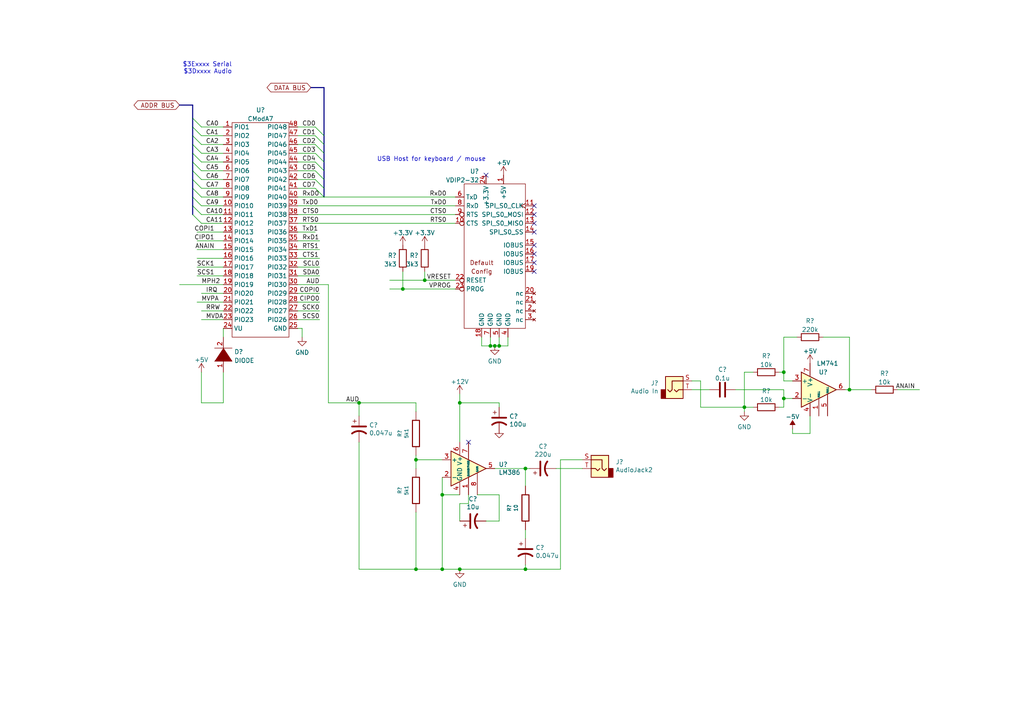
<source format=kicad_sch>
(kicad_sch (version 20211123) (generator eeschema)
  (paper "A4")
  (title_block (title "RF65816SBC Serial IO") (rev "1") (company "Finitron"))
  (lib_symbols
    (symbol "Amplifier_Audio:LM386" (pin_names (offset 0.127))
      (property "Reference" "U" (at 1.27 7.62 0))
      (property "Value" "LM386" (at 1.27 5.08 0))
      (symbol "LM386_0_1"
        (polyline (pts (xy 5.08 0) (xy -5.08 5.08) (xy -5.08 -5.08) (xy 5.08 0)) (stroke (width 0.254)) (fill (type background)))
      )
      (symbol "LM386_1_1"
        (pin input line (at 0 -7.62 90) (length 5.08) (name "GAIN") (number "1"))
        (pin input line (at -7.62 -2.54 0) (length 2.54) (name "-") (number "2"))
        (pin input line (at -7.62 2.54 0) (length 2.54) (name "+") (number "3"))
        (pin power_in line (at -2.54 -7.62 90) (length 3.81) (name "GND") (number "4"))
        (pin output line (at 7.62 0 180) (length 2.54) (name "~") (number "5"))
        (pin power_in line (at -2.54 7.62 270) (length 3.81) (name "V+") (number "6"))
        (pin input line (at 0 7.62 270) (length 5.08) (name "BYPASS") (number "7"))
        (pin input line (at 2.54 -7.62 90) (length 6.35) (name "GAIN") (number "8"))
      )
    )
    (symbol "Amplifier_Operational:LM741" (pin_names (offset 0.127))
      (property "Reference" "U" (at 0 6.35 0))
      (property "Value" "LM741" (at 0 3.81 0))
      (symbol "LM741_0_1"
        (polyline (pts (xy -5.08 5.08) (xy 5.08 0) (xy -5.08 -5.08) (xy -5.08 5.08)) (stroke (width 0.254)) (fill (type background)))
      )
      (symbol "LM741_1_1"
        (pin input line (at 0 -7.62 90) (length 5.08) (name "NULL") (number "1"))
        (pin input line (at -7.62 -2.54 0) (length 2.54) (name "-") (number "2"))
        (pin input line (at -7.62 2.54 0) (length 2.54) (name "+") (number "3"))
        (pin power_in line (at -2.54 -7.62 90) (length 3.81) (name "V-") (number "4"))
        (pin input line (at 2.54 -7.62 90) (length 6.35) (name "NULL") (number "5"))
        (pin output line (at 7.62 0 180) (length 2.54) (name "~") (number "6"))
        (pin power_in line (at -2.54 7.62 270) (length 3.81) (name "V+") (number "7"))
        (pin no_connect line (at 0 2.54 270) (length 2.54) hide (name "NC") (number "8"))
      )
    )
    (symbol "Connector:AudioJack2"
      (property "Reference" "J" (at 0 8.89 0))
      (property "Value" "AudioJack2" (at 0 6.35 0))
      (symbol "AudioJack2_0_1"
        (rectangle (start -3.81 0) (end -2.54 -2.54) (stroke (width 0.254)) (fill (type outline)))
        (rectangle (start -2.54 3.81) (end 2.54 -2.54) (stroke (width 0.254)) (fill (type background)))
        (polyline (pts (xy 0 0) (xy 0.635 -0.635) (xy 1.27 0) (xy 2.54 0)) (stroke (width 0.254)))
        (polyline (pts (xy 2.54 2.54) (xy -0.635 2.54) (xy -0.635 0) (xy -1.27 -0.635) (xy -1.905 0)) (stroke (width 0.254)))
      )
      (symbol "AudioJack2_1_1"
        (pin passive line (at 5.08 2.54 180) (length 2.54) (name "~") (number "S"))
        (pin passive line (at 5.08 0 180) (length 2.54) (name "~") (number "T"))
      )
    )
    (symbol "Device:C" (pin_numbers hide) (pin_names (offset 0.254))
      (property "Reference" "C" (at 0.635 2.54 0))
      (property "Value" "C" (at 0.635 -2.54 0))
      (symbol "C_0_1"
        (polyline (pts (xy -2.032 -0.762) (xy 2.032 -0.762)) (stroke (width 0.508)))
        (polyline (pts (xy -2.032 0.762) (xy 2.032 0.762)) (stroke (width 0.508)))
      )
      (symbol "C_1_1"
        (pin passive line (at 0 3.81 270) (length 2.794) (name "~") (number "1"))
        (pin passive line (at 0 -3.81 90) (length 2.794) (name "~") (number "2"))
      )
    )
    (symbol "Device:R" (pin_numbers hide) (pin_names (offset 0))
      (property "Reference" "R" (at 2.032 0 90))
      (property "Value" "R" (at 0 0 90))
      (symbol "R_0_1"
        (rectangle (start -1.016 -2.54) (end 1.016 2.54) (stroke (width 0.254)))
      )
      (symbol "R_1_1"
        (pin passive line (at 0 3.81 270) (length 1.27) (name "~") (number "1"))
        (pin passive line (at 0 -3.81 90) (length 1.27) (name "~") (number "2"))
      )
    )
    (symbol "FPGA Board-rescue:GND" (power) (pin_names (offset 0))
      (symbol "GND_0_1"
        (polyline (pts (xy -1.27 0) (xy 0 -1.27) (xy 1.27 0) (xy -1.27 0)))
      )
      (symbol "GND_1_1"
        (pin power_in line (at 0 0 90) (length 0) hide (name "GND") (number "1"))
      )
    )
    (symbol "ISA_FPGA_v2-rescue:CP1-Device" (pin_numbers hide) (pin_names (offset 0.254) hide)
      (property "Reference" "C" (at 0.635 2.54 0))
      (property "Value" "CP1-Device" (at 0.635 -2.54 0))
      (symbol "CP1-Device_0_1"
        (polyline (pts (xy -2.032 0.762) (xy 2.032 0.762)) (stroke (width 0.508)))
        (polyline (pts (xy -1.778 2.286) (xy -0.762 2.286)))
        (polyline (pts (xy -1.27 1.778) (xy -1.27 2.794)))
        (arc (start 2.032 -1.27) (mid 0 -0.5572) (end -2.032 -1.27) (stroke (width 0.508)))
      )
      (symbol "CP1-Device_1_1"
        (pin passive line (at 0 3.81 270) (length 2.794) (name "~") (number "1"))
        (pin passive line (at 0 -3.81 90) (length 3.302) (name "~") (number "2"))
      )
    )
    (symbol "MyLib:CModA7"
      (property "Reference" "U" (at 0 30.48 0))
      (property "Value" "CModA7" (at 1.27 33.02 0))
      (symbol "CModA7_0_1"
        (rectangle (start -6.35 29.21) (end 10.16 -33.02) (stroke (width 0.1524)))
      )
      (symbol "CModA7_1_1"
        (pin bidirectional line (at -8.89 27.94 0) (length 2.54) (name "PIO1") (number "1"))
        (pin bidirectional line (at -8.89 5.08 0) (length 2.54) (name "PIO10") (number "10"))
        (pin bidirectional line (at -8.89 2.54 0) (length 2.54) (name "PIO11") (number "11"))
        (pin bidirectional line (at -8.89 0 0) (length 2.54) (name "PIO12") (number "12"))
        (pin bidirectional line (at -8.89 -2.54 0) (length 2.54) (name "PIO13") (number "13"))
        (pin bidirectional line (at -8.89 -5.08 0) (length 2.54) (name "PIO14") (number "14"))
        (pin unspecified line (at -8.89 -7.62 0) (length 2.54) (name "PIO15") (number "15"))
        (pin unspecified line (at -8.89 -10.16 0) (length 2.54) (name "PIO16") (number "16"))
        (pin bidirectional line (at -8.89 -12.7 0) (length 2.54) (name "PIO17") (number "17"))
        (pin bidirectional line (at -8.89 -15.24 0) (length 2.54) (name "PIO18") (number "18"))
        (pin bidirectional line (at -8.89 -17.78 0) (length 2.54) (name "PIO19") (number "19"))
        (pin bidirectional line (at -8.89 25.4 0) (length 2.54) (name "PIO2") (number "2"))
        (pin bidirectional line (at -8.89 -20.32 0) (length 2.54) (name "PIO20") (number "20"))
        (pin bidirectional line (at -8.89 -22.86 0) (length 2.54) (name "PIO21") (number "21"))
        (pin bidirectional line (at -8.89 -25.4 0) (length 2.54) (name "PIO22") (number "22"))
        (pin bidirectional line (at -8.89 -27.94 0) (length 2.54) (name "PIO23") (number "23"))
        (pin power_in line (at -8.89 -30.48 0) (length 2.54) (name "VU") (number "24"))
        (pin power_in line (at 12.7 -30.48 180) (length 2.54) (name "GND") (number "25"))
        (pin bidirectional line (at 12.7 -27.94 180) (length 2.54) (name "PIO26") (number "26"))
        (pin bidirectional line (at 12.7 -25.4 180) (length 2.54) (name "PIO27") (number "27"))
        (pin bidirectional line (at 12.7 -22.86 180) (length 2.54) (name "PIO28") (number "28"))
        (pin bidirectional line (at 12.7 -20.32 180) (length 2.54) (name "PIO29") (number "29"))
        (pin bidirectional line (at -8.89 22.86 0) (length 2.54) (name "PIO3") (number "3"))
        (pin bidirectional line (at 12.7 -17.78 180) (length 2.54) (name "PIO30") (number "30"))
        (pin bidirectional line (at 12.7 -15.24 180) (length 2.54) (name "PIO31") (number "31"))
        (pin bidirectional line (at 12.7 -12.7 180) (length 2.54) (name "PIO32") (number "32"))
        (pin bidirectional line (at 12.7 -10.16 180) (length 2.54) (name "PIO33") (number "33"))
        (pin bidirectional line (at 12.7 -7.62 180) (length 2.54) (name "PIO34") (number "34"))
        (pin bidirectional line (at 12.7 -5.08 180) (length 2.54) (name "PIO35") (number "35"))
        (pin bidirectional line (at 12.7 -2.54 180) (length 2.54) (name "PIO36") (number "36"))
        (pin bidirectional line (at 12.7 0 180) (length 2.54) (name "PIO37") (number "37"))
        (pin bidirectional line (at 12.7 2.54 180) (length 2.54) (name "PIO38") (number "38"))
        (pin bidirectional line (at 12.7 5.08 180) (length 2.54) (name "PIO39") (number "39"))
        (pin bidirectional line (at -8.89 20.32 0) (length 2.54) (name "PIO4") (number "4"))
        (pin bidirectional line (at 12.7 7.62 180) (length 2.54) (name "PIO40") (number "40"))
        (pin bidirectional line (at 12.7 10.16 180) (length 2.54) (name "PIO41") (number "41"))
        (pin bidirectional line (at 12.7 12.7 180) (length 2.54) (name "PIO42") (number "42"))
        (pin bidirectional line (at 12.7 15.24 180) (length 2.54) (name "PIO43") (number "43"))
        (pin bidirectional line (at 12.7 17.78 180) (length 2.54) (name "PIO44") (number "44"))
        (pin bidirectional line (at 12.7 20.32 180) (length 2.54) (name "PIO45") (number "45"))
        (pin bidirectional line (at 12.7 22.86 180) (length 2.54) (name "PIO46") (number "46"))
        (pin bidirectional line (at 12.7 25.4 180) (length 2.54) (name "PIO47") (number "47"))
        (pin bidirectional line (at 12.7 27.94 180) (length 2.54) (name "PIO48") (number "48"))
        (pin bidirectional line (at -8.89 17.78 0) (length 2.54) (name "PIO5") (number "5"))
        (pin bidirectional line (at -8.89 15.24 0) (length 2.54) (name "PIO6") (number "6"))
        (pin bidirectional line (at -8.89 12.7 0) (length 2.54) (name "PIO7") (number "7"))
        (pin bidirectional line (at -8.89 10.16 0) (length 2.54) (name "PIO8") (number "8"))
        (pin bidirectional line (at -8.89 7.62 0) (length 2.54) (name "PIO9") (number "9"))
      )
    )
    (symbol "MyLib:VDIP2-32"
      (property "Reference" "U" (at 0 0 0))
      (property "Value" "VDIP2-32" (at 3.81 0 0))
      (symbol "VDIP2-32_0_0"
        (text "Config" (at 3.81 -5.08 0) (effects (font (size 1.27 1.27))))
        (text "Default" (at 3.81 -2.54 0) (effects (font (size 1.27 1.27))))
      )
      (symbol "VDIP2-32_0_1"
        (rectangle (start -8.89 20.32) (end 8.89 -21.59) (stroke (width 0.1524)))
      )
      (symbol "VDIP2-32_1_1"
        (pin power_in line (at -2.54 22.86 270) (length 2.54) (name "+5V") (number "1"))
        (pin input inverted (at 11.43 8.89 180) (length 2.54) (name "CTS") (number "10"))
        (pin input clock (at -11.43 13.97 0) (length 2.54) (name "SPI_S0_CLK") (number "11"))
        (pin bidirectional line (at -11.43 11.43 0) (length 2.54) (name "SPI_S0_MOSI") (number "12"))
        (pin bidirectional line (at -11.43 8.89 0) (length 2.54) (name "SPI_S0_MISO") (number "13"))
        (pin input line (at -11.43 6.35 0) (length 2.54) (name "SPI_S0_SS") (number "14"))
        (pin bidirectional line (at -11.43 2.54 0) (length 2.54) (name "IOBUS") (number "15"))
        (pin bidirectional line (at -11.43 0 0) (length 2.54) (name "IOBUS") (number "16"))
        (pin bidirectional line (at -11.43 -2.54 0) (length 2.54) (name "IOBUS") (number "17"))
        (pin power_in line (at 3.81 -24.13 90) (length 2.54) (name "GND") (number "18"))
        (pin bidirectional line (at -11.43 -5.08 0) (length 2.54) (name "IOBUS") (number "19"))
        (pin no_connect line (at -11.43 -16.51 0) (length 2.54) (name "nc") (number "2"))
        (pin no_connect line (at -11.43 -11.43 0) (length 2.54) (name "nc") (number "20"))
        (pin no_connect line (at -11.43 -13.97 0) (length 2.54) (name "nc") (number "21"))
        (pin input inverted (at 11.43 -7.62 180) (length 2.54) (name "RESET") (number "22"))
        (pin input inverted (at 11.43 -10.16 180) (length 2.54) (name "PROG") (number "23"))
        (pin power_in line (at 2.54 22.86 270) (length 2.54) (name "+3.3V") (number "24"))
        (pin no_connect line (at -11.43 -19.05 0) (length 2.54) (name "nc") (number "3"))
        (pin power_in line (at -3.81 -24.13 90) (length 2.54) (name "GND") (number "4"))
        (pin power_in line (at -1.27 -24.13 90) (length 2.54) (name "GND") (number "5"))
        (pin output line (at 11.43 16.51 180) (length 2.54) (name "TxD") (number "6"))
        (pin power_in line (at 1.27 -24.13 90) (length 2.54) (name "GND") (number "7"))
        (pin input line (at 11.43 13.97 180) (length 2.54) (name "RxD") (number "8"))
        (pin output inverted (at 11.43 11.43 180) (length 2.54) (name "RTS") (number "9"))
      )
    )
    (symbol "VGA_V11-cache:R" (pin_numbers hide) (pin_names (offset 0))
      (property "Reference" "R" (at 2.032 0 90))
      (property "Value" "R" (at 0.1778 0.0254 90))
      (symbol "R_0_1"
        (rectangle (start -1.016 3.81) (end 1.016 -3.81) (stroke (width 0.3048)))
      )
      (symbol "R_1_1"
        (pin passive line (at 0 6.35 270) (length 2.54) (name "~") (number "1"))
        (pin passive line (at 0 -6.35 90) (length 2.54) (name "~") (number "2"))
      )
    )
    (symbol "power:+12V" (power) (pin_names (offset 0))
      (property "Value" "+12V" (at 0 3.556 0))
      (symbol "+12V_0_1"
        (polyline (pts (xy -0.762 1.27) (xy 0 2.54)))
        (polyline (pts (xy 0 0) (xy 0 2.54)))
        (polyline (pts (xy 0 2.54) (xy 0.762 1.27)))
      )
      (symbol "+12V_1_1"
        (pin power_in line (at 0 0 90) (length 0) hide (name "+12V") (number "1"))
      )
    )
    (symbol "power:+3.3V" (power) (pin_names (offset 0))
      (property "Value" "+3.3V" (at 0 3.556 0))
      (symbol "+3.3V_0_1"
        (polyline (pts (xy -0.762 1.27) (xy 0 2.54)))
        (polyline (pts (xy 0 0) (xy 0 2.54)))
        (polyline (pts (xy 0 2.54) (xy 0.762 1.27)))
      )
      (symbol "+3.3V_1_1"
        (pin power_in line (at 0 0 90) (length 0) hide (name "+3.3V") (number "1"))
      )
    )
    (symbol "power:+5V" (power) (pin_names (offset 0))
      (property "Value" "+5V" (at 0 3.556 0))
      (symbol "+5V_0_1"
        (polyline (pts (xy -0.762 1.27) (xy 0 2.54)))
        (polyline (pts (xy 0 0) (xy 0 2.54)))
        (polyline (pts (xy 0 2.54) (xy 0.762 1.27)))
      )
      (symbol "+5V_1_1"
        (pin power_in line (at 0 0 90) (length 0) hide (name "+5V") (number "1"))
      )
    )
    (symbol "power:-5V" (power) (pin_names (offset 0))
      (property "Value" "-5V" (at 0 3.81 0))
      (symbol "-5V_0_0"
        (pin power_in line (at 0 0 90) (length 0) hide (name "-5V") (number "1"))
      )
      (symbol "-5V_0_1"
        (polyline (pts (xy 0 0) (xy 0 1.27) (xy 0.762 1.27) (xy 0 2.54) (xy -0.762 1.27) (xy 0 1.27)) (fill (type outline)))
      )
    )
    (symbol "power:GND" (power) (pin_names (offset 0))
      (property "Value" "GND" (at 0 -3.81 0))
      (symbol "GND_0_1"
        (polyline (pts (xy 0 0) (xy 0 -1.27) (xy 1.27 -1.27) (xy 0 -2.54) (xy -1.27 -1.27) (xy 0 -1.27)))
      )
      (symbol "GND_1_1"
        (pin power_in line (at 0 0 270) (length 0) hide (name "GND") (number "1"))
      )
    )
    (symbol "pspice:DIODE" (pin_names (offset 1.016) hide)
      (property "Reference" "D" (at 0 3.81 0))
      (property "Value" "DIODE" (at 0 -4.445 0))
      (symbol "DIODE_0_1"
        (polyline (pts (xy 1.905 2.54) (xy 1.905 -2.54)))
        (polyline (pts (xy -1.905 2.54) (xy -1.905 -2.54) (xy 1.905 0)) (fill (type outline)))
      )
      (symbol "DIODE_1_1"
        (pin input line (at -5.08 0 0) (length 3.81) (name "K") (number "1"))
        (pin input line (at 5.08 0 180) (length 3.81) (name "A") (number "2"))
      )
    )
  )
  (junction (at 144.78 100.33))
  (junction (at 227.33 115.57))
  (junction (at 116.84 83.82))
  (junction (at 120.65 165.1))
  (junction (at 123.19 81.28))
  (junction (at 120.65 133.35))
  (junction (at 128.27 143.51))
  (junction (at 152.4 165.1))
  (junction (at 152.4 135.89))
  (junction (at 104.14 116.84))
  (junction (at 215.9 118.11))
  (junction (at 142.24 100.33))
  (junction (at 133.35 165.1))
  (junction (at 133.35 116.84))
  (junction (at 227.33 107.95))
  (junction (at 143.51 100.33))
  (junction (at 246.38 113.03))
  (junction (at 128.27 165.1))
  (no_connect (at 154.94 78.74))
  (no_connect (at 140.97 50.8))
  (no_connect (at 154.94 62.23))
  (no_connect (at 154.94 67.31))
  (no_connect (at 154.94 76.2))
  (no_connect (at 154.94 73.66))
  (no_connect (at 154.94 59.69))
  (no_connect (at 154.94 64.77))
  (no_connect (at 135.89 128.27))
  (no_connect (at 154.94 71.12))
  (bus_entry (at 91.44 54.61) (size 2.54 2.54))
  (bus_entry (at 91.44 39.37) (size 2.54 2.54))
  (bus_entry (at 55.88 54.61) (size 2.54 2.54))
  (bus_entry (at 91.44 36.83) (size 2.54 2.54))
  (bus_entry (at 55.88 41.91) (size 2.54 2.54))
  (bus_entry (at 91.44 49.53) (size 2.54 2.54))
  (bus_entry (at 55.88 34.29) (size 2.54 2.54))
  (bus_entry (at 55.88 36.83) (size 2.54 2.54))
  (bus_entry (at 55.88 57.15) (size 2.54 2.54))
  (bus_entry (at 55.88 52.07) (size 2.54 2.54))
  (bus_entry (at 55.88 44.45) (size 2.54 2.54))
  (bus_entry (at 55.88 62.23) (size 2.54 2.54))
  (bus_entry (at 55.88 49.53) (size 2.54 2.54))
  (bus_entry (at 91.44 44.45) (size 2.54 2.54))
  (bus_entry (at 55.88 46.99) (size 2.54 2.54))
  (bus_entry (at 55.88 39.37) (size 2.54 2.54))
  (bus_entry (at 91.44 41.91) (size 2.54 2.54))
  (bus_entry (at 55.88 59.69) (size 2.54 2.54))
  (bus_entry (at 91.44 46.99) (size 2.54 2.54))
  (bus_entry (at 91.44 52.07) (size 2.54 2.54))
  (wire (pts (xy 132.08 81.28) (xy 123.19 81.28)))
  (wire (pts (xy 104.14 116.84) (xy 104.14 120.65)))
  (wire (pts (xy 144.78 118.11) (xy 144.78 116.84)))
  (wire (pts (xy 120.65 148.59) (xy 120.65 165.1)))
  (wire (pts (xy 64.77 67.31) (xy 57.15 67.31)))
  (wire (pts (xy 144.78 100.33) (xy 143.51 100.33)))
  (wire (pts (xy 86.36 90.17) (xy 92.71 90.17)))
  (bus (pts (xy 93.98 57.15) (xy 93.98 54.61)))
  (wire (pts (xy 64.77 39.37) (xy 58.42 39.37)))
  (wire (pts (xy 227.33 97.79) (xy 231.14 97.79)))
  (wire (pts (xy 135.89 146.05) (xy 133.35 146.05)))
  (wire (pts (xy 86.36 92.71) (xy 92.71 92.71)))
  (wire (pts (xy 64.77 107.95) (xy 64.77 116.84)))
  (bus (pts (xy 93.98 52.07) (xy 93.98 49.53)))
  (bus (pts (xy 93.98 44.45) (xy 93.98 41.91)))
  (wire (pts (xy 64.77 116.84) (xy 58.42 116.84)))
  (wire (pts (xy 95.25 82.55) (xy 95.25 116.84)))
  (wire (pts (xy 162.56 133.35) (xy 168.91 133.35)))
  (bus (pts (xy 93.98 25.4) (xy 93.98 39.37)))
  (wire (pts (xy 161.29 135.89) (xy 168.91 135.89)))
  (wire (pts (xy 234.95 120.65) (xy 234.95 125.73)))
  (wire (pts (xy 133.35 146.05) (xy 133.35 151.13)))
  (wire (pts (xy 64.77 64.77) (xy 58.42 64.77)))
  (wire (pts (xy 246.38 97.79) (xy 238.76 97.79)))
  (wire (pts (xy 64.77 74.93) (xy 57.15 74.93)))
  (wire (pts (xy 152.4 165.1) (xy 162.56 165.1)))
  (wire (pts (xy 143.51 100.33) (xy 142.24 100.33)))
  (wire (pts (xy 64.77 41.91) (xy 58.42 41.91)))
  (wire (pts (xy 64.77 80.01) (xy 57.15 80.01)))
  (wire (pts (xy 152.4 163.83) (xy 152.4 165.1)))
  (bus (pts (xy 93.98 49.53) (xy 93.98 46.99)))
  (wire (pts (xy 120.65 116.84) (xy 120.65 119.38)))
  (wire (pts (xy 120.65 116.84) (xy 104.14 116.84)))
  (wire (pts (xy 86.36 69.85) (xy 92.71 69.85)))
  (wire (pts (xy 64.77 87.63) (xy 57.15 87.63)))
  (wire (pts (xy 227.33 115.57) (xy 227.33 113.03)))
  (wire (pts (xy 64.77 85.09) (xy 58.42 85.09)))
  (wire (pts (xy 133.35 165.1) (xy 152.4 165.1)))
  (wire (pts (xy 64.77 62.23) (xy 58.42 62.23)))
  (wire (pts (xy 144.78 97.79) (xy 144.78 100.33)))
  (wire (pts (xy 64.77 44.45) (xy 58.42 44.45)))
  (wire (pts (xy 120.65 133.35) (xy 120.65 135.89)))
  (wire (pts (xy 132.08 83.82) (xy 116.84 83.82)))
  (bus (pts (xy 55.88 41.91) (xy 55.88 44.45)))
  (bus (pts (xy 55.88 34.29) (xy 55.88 36.83)))
  (wire (pts (xy 86.36 62.23) (xy 132.08 62.23)))
  (bus (pts (xy 55.88 34.29) (xy 55.88 30.48)))
  (wire (pts (xy 147.32 97.79) (xy 147.32 100.33)))
  (wire (pts (xy 234.95 125.73) (xy 229.87 125.73)))
  (wire (pts (xy 139.7 100.33) (xy 139.7 97.79)))
  (wire (pts (xy 144.78 116.84) (xy 133.35 116.84)))
  (wire (pts (xy 120.65 165.1) (xy 128.27 165.1)))
  (wire (pts (xy 64.77 57.15) (xy 58.42 57.15)))
  (bus (pts (xy 55.88 57.15) (xy 55.88 59.69)))
  (wire (pts (xy 200.66 110.49) (xy 203.2 110.49)))
  (wire (pts (xy 86.36 87.63) (xy 92.71 87.63)))
  (wire (pts (xy 152.4 135.89) (xy 143.51 135.89)))
  (wire (pts (xy 116.84 83.82) (xy 113.03 83.82)))
  (wire (pts (xy 205.74 113.03) (xy 200.66 113.03)))
  (bus (pts (xy 55.88 59.69) (xy 55.88 62.23)))
  (wire (pts (xy 64.77 46.99) (xy 58.42 46.99)))
  (wire (pts (xy 135.89 143.51) (xy 135.89 146.05)))
  (wire (pts (xy 86.36 77.47) (xy 92.71 77.47)))
  (bus (pts (xy 55.88 44.45) (xy 55.88 46.99)))
  (wire (pts (xy 86.36 44.45) (xy 91.44 44.45)))
  (wire (pts (xy 86.36 49.53) (xy 91.44 49.53)))
  (wire (pts (xy 218.44 118.11) (xy 215.9 118.11)))
  (wire (pts (xy 128.27 143.51) (xy 128.27 138.43)))
  (wire (pts (xy 86.36 36.83) (xy 91.44 36.83)))
  (wire (pts (xy 86.36 64.77) (xy 132.08 64.77)))
  (wire (pts (xy 86.36 85.09) (xy 92.71 85.09)))
  (bus (pts (xy 55.88 39.37) (xy 55.88 36.83)))
  (wire (pts (xy 229.87 125.73) (xy 229.87 124.46)))
  (wire (pts (xy 123.19 81.28) (xy 113.03 81.28)))
  (wire (pts (xy 227.33 107.95) (xy 227.33 97.79)))
  (wire (pts (xy 229.87 115.57) (xy 227.33 115.57)))
  (wire (pts (xy 86.36 82.55) (xy 95.25 82.55)))
  (wire (pts (xy 64.77 77.47) (xy 57.15 77.47)))
  (wire (pts (xy 120.65 132.08) (xy 120.65 133.35)))
  (wire (pts (xy 128.27 143.51) (xy 128.27 165.1)))
  (wire (pts (xy 64.77 59.69) (xy 58.42 59.69)))
  (wire (pts (xy 86.36 80.01) (xy 92.71 80.01)))
  (bus (pts (xy 93.98 41.91) (xy 93.98 39.37)))
  (bus (pts (xy 93.98 46.99) (xy 93.98 44.45)))
  (wire (pts (xy 142.24 100.33) (xy 139.7 100.33)))
  (wire (pts (xy 162.56 165.1) (xy 162.56 133.35)))
  (wire (pts (xy 86.36 67.31) (xy 91.44 67.31)))
  (wire (pts (xy 153.67 135.89) (xy 152.4 135.89)))
  (wire (pts (xy 64.77 49.53) (xy 58.42 49.53)))
  (wire (pts (xy 133.35 116.84) (xy 133.35 128.27)))
  (wire (pts (xy 246.38 113.03) (xy 252.73 113.03)))
  (bus (pts (xy 93.98 25.4) (xy 90.17 25.4)))
  (wire (pts (xy 215.9 118.11) (xy 215.9 119.38)))
  (wire (pts (xy 245.11 113.03) (xy 246.38 113.03)))
  (wire (pts (xy 86.36 46.99) (xy 91.44 46.99)))
  (wire (pts (xy 218.44 107.95) (xy 215.9 107.95)))
  (bus (pts (xy 55.88 52.07) (xy 55.88 54.61)))
  (wire (pts (xy 227.33 118.11) (xy 226.06 118.11)))
  (wire (pts (xy 64.77 92.71) (xy 58.42 92.71)))
  (wire (pts (xy 144.78 143.51) (xy 138.43 143.51)))
  (wire (pts (xy 64.77 36.83) (xy 58.42 36.83)))
  (wire (pts (xy 64.77 69.85) (xy 57.15 69.85)))
  (wire (pts (xy 116.84 83.82) (xy 116.84 78.74)))
  (wire (pts (xy 203.2 118.11) (xy 215.9 118.11)))
  (wire (pts (xy 227.33 113.03) (xy 213.36 113.03)))
  (wire (pts (xy 226.06 107.95) (xy 227.33 107.95)))
  (wire (pts (xy 87.63 95.25) (xy 87.63 97.79)))
  (bus (pts (xy 55.88 30.48) (xy 52.07 30.48)))
  (wire (pts (xy 64.77 72.39) (xy 57.15 72.39)))
  (wire (pts (xy 86.36 39.37) (xy 91.44 39.37)))
  (wire (pts (xy 104.14 128.27) (xy 104.14 165.1)))
  (wire (pts (xy 95.25 116.84) (xy 104.14 116.84)))
  (wire (pts (xy 215.9 107.95) (xy 215.9 118.11)))
  (bus (pts (xy 55.88 46.99) (xy 55.88 49.53)))
  (wire (pts (xy 260.35 113.03) (xy 266.7 113.03)))
  (wire (pts (xy 144.78 151.13) (xy 144.78 143.51)))
  (wire (pts (xy 93.98 57.15) (xy 132.08 57.15)))
  (wire (pts (xy 86.36 57.15) (xy 93.98 57.15)))
  (wire (pts (xy 64.77 97.79) (xy 64.77 95.25)))
  (wire (pts (xy 64.77 52.07) (xy 58.42 52.07)))
  (wire (pts (xy 227.33 110.49) (xy 229.87 110.49)))
  (wire (pts (xy 86.36 74.93) (xy 92.71 74.93)))
  (wire (pts (xy 123.19 81.28) (xy 123.19 78.74)))
  (wire (pts (xy 227.33 115.57) (xy 227.33 118.11)))
  (wire (pts (xy 104.14 165.1) (xy 120.65 165.1)))
  (wire (pts (xy 133.35 143.51) (xy 128.27 143.51)))
  (wire (pts (xy 246.38 113.03) (xy 246.38 97.79)))
  (wire (pts (xy 152.4 153.67) (xy 152.4 156.21)))
  (wire (pts (xy 86.36 59.69) (xy 132.08 59.69)))
  (bus (pts (xy 55.88 41.91) (xy 55.88 39.37)))
  (wire (pts (xy 227.33 107.95) (xy 227.33 110.49)))
  (wire (pts (xy 86.36 41.91) (xy 91.44 41.91)))
  (wire (pts (xy 128.27 133.35) (xy 120.65 133.35)))
  (wire (pts (xy 52.07 82.55) (xy 64.77 82.55)))
  (wire (pts (xy 203.2 110.49) (xy 203.2 118.11)))
  (wire (pts (xy 86.36 95.25) (xy 87.63 95.25)))
  (wire (pts (xy 147.32 100.33) (xy 144.78 100.33)))
  (bus (pts (xy 55.88 54.61) (xy 55.88 57.15)))
  (wire (pts (xy 152.4 140.97) (xy 152.4 135.89)))
  (wire (pts (xy 58.42 107.95) (xy 58.42 116.84)))
  (wire (pts (xy 133.35 114.3) (xy 133.35 116.84)))
  (wire (pts (xy 86.36 72.39) (xy 92.71 72.39)))
  (bus (pts (xy 93.98 54.61) (xy 93.98 52.07)))
  (wire (pts (xy 128.27 165.1) (xy 133.35 165.1)))
  (wire (pts (xy 64.77 54.61) (xy 58.42 54.61)))
  (wire (pts (xy 140.97 151.13) (xy 144.78 151.13)))
  (wire (pts (xy 64.77 90.17) (xy 58.42 90.17)))
  (wire (pts (xy 142.24 97.79) (xy 142.24 100.33)))
  (wire (pts (xy 86.36 52.07) (xy 91.44 52.07)))
  (wire (pts (xy 86.36 54.61) (xy 91.44 54.61)))
  (bus (pts (xy 55.88 49.53) (xy 55.88 52.07)))
  (text "USB Host for keyboard / mouse" (at 140.97 46.99 180) (effects (font (size 1.27 1.27)) (justify right bottom)))
  (text "$3Exxxx Serial\n$3Dxxxx Audio\n" (at 67.31 21.59 180) (effects (font (size 1.27 1.27)) (justify right bottom)))
  (label "CA1" (at 59.69 39.37 0))
  (label "COPI1" (at 62.23 67.31 180))
  (label "RTS0" (at 129.54 64.77 180))
  (label "CA0" (at 59.69 36.83 0))
  (label "TxD0" (at 129.54 59.69 180))
  (label "CD6" (at 87.63 52.07 0))
  (label "CA9" (at 59.69 59.69 0))
  (label "ANAIN" (at 265.43 113.03 180))
  (label "SDA0" (at 92.71 80.01 180))
  (label "CD1" (at 87.63 39.37 0))
  (label "CA5" (at 59.69 49.53 0))
  (label "MVDA" (at 59.69 92.71 0))
  (label "RTS0" (at 87.63 64.77 0))
  (label "TxD0" (at 87.63 59.69 0))
  (label "SCS0" (at 92.71 92.71 180))
  (label "RTS1" (at 87.63 72.39 0))
  (label "RxD0" (at 87.63 57.15 0))
  (label "CTS0" (at 87.63 62.23 0))
  (label "CA11" (at 59.69 64.77 0))
  (label "CA2" (at 59.69 41.91 0))
  (label "CTS0" (at 129.54 62.23 180))
  (label "COPI0" (at 92.71 85.09 180))
  (label "CA6" (at 59.69 52.07 0))
  (label "AUD" (at 92.71 82.55 180))
  (label "SCS1" (at 62.23 80.01 180))
  (label "TxD1" (at 87.63 67.31 0))
  (label "CIPO1" (at 62.23 69.85 180))
  (label "RxD0" (at 129.54 57.15 180))
  (label "CD3" (at 87.63 44.45 0))
  (label "RRW" (at 59.69 90.17 0))
  (label "CTS1" (at 87.63 74.93 0))
  (label "IRQ" (at 59.69 85.09 0))
  (label "SCK0" (at 92.71 90.17 180))
  (label "CIPO0" (at 92.71 87.63 180))
  (label "CD5" (at 87.63 49.53 0))
  (label "MPH2" (at 58.42 82.55 0))
  (label "RxD1" (at 87.63 69.85 0))
  (label "CA7" (at 59.69 54.61 0))
  (label "CD7" (at 87.63 54.61 0))
  (label "CA3" (at 59.69 44.45 0))
  (label "VPROG" (at 130.81 83.82 180))
  (label "SCL0" (at 92.71 77.47 180))
  (label "SCK1" (at 62.23 77.47 180))
  (label "VRESET" (at 130.81 81.28 180))
  (label "CA4" (at 59.69 46.99 0))
  (label "AUD" (at 100.33 116.84 0))
  (label "ANAIN" (at 62.23 72.39 180))
  (label "CA10" (at 59.69 62.23 0))
  (label "CA8" (at 59.69 57.15 0))
  (label "MVPA" (at 63.5 87.63 180))
  (label "CD0" (at 87.63 36.83 0))
  (label "CD2" (at 87.63 41.91 0))
  (label "CD4" (at 87.63 46.99 0))
  (global_label "DATA BUS" (shape bidirectional) (at 90.17 25.4 180) (property "Intersheet References" "${INTERSHEET_REFS}" (effects hide)))
  (global_label "ADDR BUS" (shape bidirectional) (at 52.07 30.48 180) (property "Intersheet References" "${INTERSHEET_REFS}" (effects hide)))
  (symbol (lib_id "ISA_FPGA_v2-rescue:CP1-Device") (at 104.14 124.46 0) (unit 1)
    (property "Reference" "C?" (at 107.061 123.2916 0) (effects (justify left)))
    (property "Value" "0.047u" (at 107.061 125.603 0) (effects (justify left)))
    (property "Footprint" "Capacitor_THT:C_Disc_D3.8mm_W2.6mm_P2.50mm" (effects hide))
  )
  (symbol (lib_id "power:+5V") (at 58.42 107.95 0) (unit 1)
    (property "Reference" "#PWR?" (effects hide))
    (property "Value" "+5V" (at 58.42 104.3742 0))
  )
  (symbol (lib_id "power:GND") (at 87.63 97.79 0) (unit 1)
    (property "Reference" "#PWR?" (effects hide))
    (property "Value" "GND" (at 87.63 102.2334 0))
  )
  (symbol (lib_id "power:+3.3V") (at 116.84 71.12 0) (mirror y) (unit 1)
    (property "Reference" "#PWR?" (effects hide))
    (property "Value" "+3.3V" (at 116.84 67.5442 0))
  )
  (symbol (lib_id "Device:R") (at 123.19 74.93 0) (mirror y) (unit 1)
    (property "Reference" "R?" (at 121.412 74.0953 0) (effects (justify left)))
    (property "Value" "3k3" (at 121.412 76.6322 0) (effects (justify left)))
  )
  (symbol (lib_id "Amplifier_Operational:LM741") (at 237.49 113.03 0) (unit 1)
    (property "Reference" "U?" (at 238.76 107.95 0))
    (property "Value" "LM741" (at 240.03 105.41 0))
    (property "Datasheet" "http://www.ti.com/lit/ds/symlink/lm741.pdf" (effects hide))
  )
  (symbol (lib_id "ISA_FPGA_v2-rescue:CP1-Device") (at 152.4 160.02 0) (unit 1)
    (property "Reference" "C?" (at 155.321 158.8516 0) (effects (justify left)))
    (property "Value" "0.047u" (at 155.321 161.163 0) (effects (justify left)))
    (property "Footprint" "Capacitor_THT:C_Disc_D5.0mm_W2.5mm_P5.00mm" (effects hide))
  )
  (symbol (lib_id "power:+5V") (at 234.95 105.41 0) (unit 1)
    (property "Reference" "#PWR?" (effects hide))
    (property "Value" "+5V" (at 234.95 101.8342 0))
  )
  (symbol (lib_id "Device:C") (at 209.55 113.03 90) (unit 1)
    (property "Reference" "C?" (at 209.55 107.1712 90))
    (property "Value" "0.1u" (at 209.55 109.7081 90))
  )
  (symbol (lib_id "Device:R") (at 256.54 113.03 90) (unit 1)
    (property "Reference" "R?" (at 256.54 108.3142 90))
    (property "Value" "10k" (at 256.54 110.8511 90))
  )
  (symbol (lib_id "MyLib:VDIP2-32") (at 143.51 73.66 0) (mirror y) (unit 1)
    (property "Reference" "U?" (at 138.9506 49.691 0) (effects (justify left)))
    (property "Value" "VDIP2-32" (at 138.9506 52.2279 0) (effects (justify left)))
    (property "Footprint" "Package_DIP:DIP-32_W15.24mm_Socket" (effects hide))
  )
  (symbol (lib_id "ISA_FPGA_v2-rescue:CP1-Device") (at 137.16 151.13 90) (unit 1)
    (property "Reference" "C?" (at 137.16 144.7292 90))
    (property "Value" "10u" (at 137.16 147.0406 90))
    (property "Footprint" "Capacitor_THT:CP_Radial_D5.0mm_P2.50mm" (effects hide))
  )
  (symbol (lib_id "VGA_V11-cache:R") (at 120.65 125.73 180) (unit 1)
    (property "Reference" "R?" (at 115.951 125.73 90) (effects (font (size 1.016 1.016))))
    (property "Value" "5k1" (at 117.8814 125.73 90) (effects (font (size 1.016 1.016))))
    (property "Footprint" "Resistor_THT:R_Axial_DIN0207_L6.3mm_D2.5mm_P7.62mm_Horizontal" (effects hide))
  )
  (symbol (lib_id "power:GND") (at 215.9 119.38 0) (unit 1)
    (property "Reference" "#PWR?" (effects hide))
    (property "Value" "GND" (at 215.9 123.8234 0))
  )
  (symbol (lib_id "pspice:DIODE") (at 64.77 102.87 90) (unit 1)
    (property "Reference" "D?" (at 67.945 102.0353 90) (effects (justify right)))
    (property "Value" "DIODE" (at 67.945 104.5722 90) (effects (justify right)))
  )
  (symbol (lib_id "ISA_FPGA_v2-rescue:CP1-Device") (at 157.48 135.89 90) (unit 1)
    (property "Reference" "C?" (at 157.48 129.4892 90))
    (property "Value" "220u" (at 157.48 131.8006 90))
    (property "Footprint" "Capacitor_THT:CP_Radial_D8.0mm_P3.80mm" (effects hide))
  )
  (symbol (lib_id "FPGA Board-rescue:GND") (at 144.78 125.73 0) (unit 1)
    (property "Reference" "#PWR?" (effects hide))
    (property "Value" "GND" (effects hide))
  )
  (symbol (lib_id "Device:R") (at 222.25 118.11 90) (unit 1)
    (property "Reference" "R?" (at 222.25 113.3942 90))
    (property "Value" "10k" (at 222.25 115.9311 90))
  )
  (symbol (lib_id "MyLib:CModA7") (at 73.66 64.77 0) (unit 1)
    (property "Reference" "U?" (at 75.565 31.911 0))
    (property "Value" "CModA7" (at 75.565 34.4479 0))
  )
  (symbol (lib_id "VGA_V11-cache:R") (at 152.4 147.32 180) (unit 1)
    (property "Reference" "R?" (at 147.701 147.32 90) (effects (font (size 1.016 1.016))))
    (property "Value" "10" (at 149.6314 147.32 90) (effects (font (size 1.016 1.016))))
    (property "Footprint" "Resistor_THT:R_Axial_DIN0207_L6.3mm_D2.5mm_P7.62mm_Horizontal" (effects hide))
  )
  (symbol (lib_id "Device:R") (at 234.95 97.79 90) (unit 1)
    (property "Reference" "R?" (at 234.95 93.0742 90))
    (property "Value" "220k" (at 234.95 95.6111 90))
  )
  (symbol (lib_id "ISA_FPGA_v2-rescue:CP1-Device") (at 144.78 121.92 0) (unit 1)
    (property "Reference" "C?" (at 147.701 120.7516 0) (effects (justify left)))
    (property "Value" "100u" (at 147.701 123.063 0) (effects (justify left)))
    (property "Footprint" "Capacitor_THT:CP_Radial_D8.0mm_P3.80mm" (effects hide))
  )
  (symbol (lib_id "VGA_V11-cache:R") (at 120.65 142.24 180) (unit 1)
    (property "Reference" "R?" (at 115.951 142.24 90) (effects (font (size 1.016 1.016))))
    (property "Value" "5k1" (at 117.8814 142.24 90) (effects (font (size 1.016 1.016))))
    (property "Footprint" "Resistor_THT:R_Axial_DIN0207_L6.3mm_D2.5mm_P7.62mm_Horizontal" (effects hide))
  )
  (symbol (lib_id "Device:R") (at 116.84 74.93 0) (mirror y) (unit 1)
    (property "Reference" "R?" (at 115.062 74.0953 0) (effects (justify left)))
    (property "Value" "3k3" (at 115.062 76.6322 0) (effects (justify left)))
  )
  (symbol (lib_id "Amplifier_Audio:LM386") (at 135.89 135.89 0) (unit 1)
    (property "Reference" "U?" (at 144.6276 134.7216 0) (effects (justify left)))
    (property "Value" "LM386" (at 144.6276 137.033 0) (effects (justify left)))
    (property "Footprint" "Package_DIP:DIP-8_W7.62mm_Socket" (effects hide))
    (property "Datasheet" "http://www.ti.com/lit/ds/symlink/lm386.pdf" (effects hide))
  )
  (symbol (lib_id "power:GND") (at 133.35 165.1 0) (unit 1)
    (property "Reference" "#PWR?" (effects hide))
    (property "Value" "GND" (at 133.35 169.5434 0))
  )
  (symbol (lib_id "Connector:AudioJack2") (at 173.99 135.89 0) (mirror y) (unit 1)
    (property "Reference" "J?" (at 178.562 133.985 0) (effects (justify right)))
    (property "Value" "AudioJack2" (at 178.562 136.2964 0) (effects (justify right)))
    (property "Footprint" "Connector_Audio:Jack_3.5mm_CUI_SJ1-3533NG_Horizontal" (effects hide))
  )
  (symbol (lib_id "power:GND") (at 143.51 100.33 0) (mirror y) (unit 1)
    (property "Reference" "#PWR?" (effects hide))
    (property "Value" "GND" (at 143.51 104.7734 0))
  )
  (symbol (lib_id "power:-5V") (at 229.87 124.46 0) (unit 1)
    (property "Reference" "#PWR?" (effects hide))
    (property "Value" "-5V" (at 229.87 120.8842 0))
  )
  (symbol (lib_id "power:+3.3V") (at 123.19 71.12 0) (mirror y) (unit 1)
    (property "Reference" "#PWR?" (effects hide))
    (property "Value" "+3.3V" (at 123.19 67.5442 0))
  )
  (symbol (lib_id "Connector:AudioJack2") (at 195.58 113.03 0) (unit 1)
    (property "Reference" "J?" (at 191.008 111.125 0) (effects (justify right)))
    (property "Value" "Audio In" (at 191.008 113.4364 0) (effects (justify right)))
    (property "Footprint" "Connector_Audio:Jack_3.5mm_CUI_SJ1-3533NG_Horizontal" (effects hide))
  )
  (symbol (lib_id "power:+12V") (at 133.35 114.3 0) (unit 1)
    (property "Reference" "#PWR?" (effects hide))
    (property "Value" "+12V" (at 133.35 110.7242 0))
  )
  (symbol (lib_id "Device:R") (at 222.25 107.95 90) (unit 1)
    (property "Reference" "R?" (at 222.25 103.2342 90))
    (property "Value" "10k" (at 222.25 105.7711 90))
  )
  (symbol (lib_id "power:+5V") (at 146.05 50.8 0) (mirror y) (unit 1)
    (property "Reference" "#PWR?" (effects hide))
    (property "Value" "+5V" (at 146.05 47.2242 0))
  )
)
</source>
